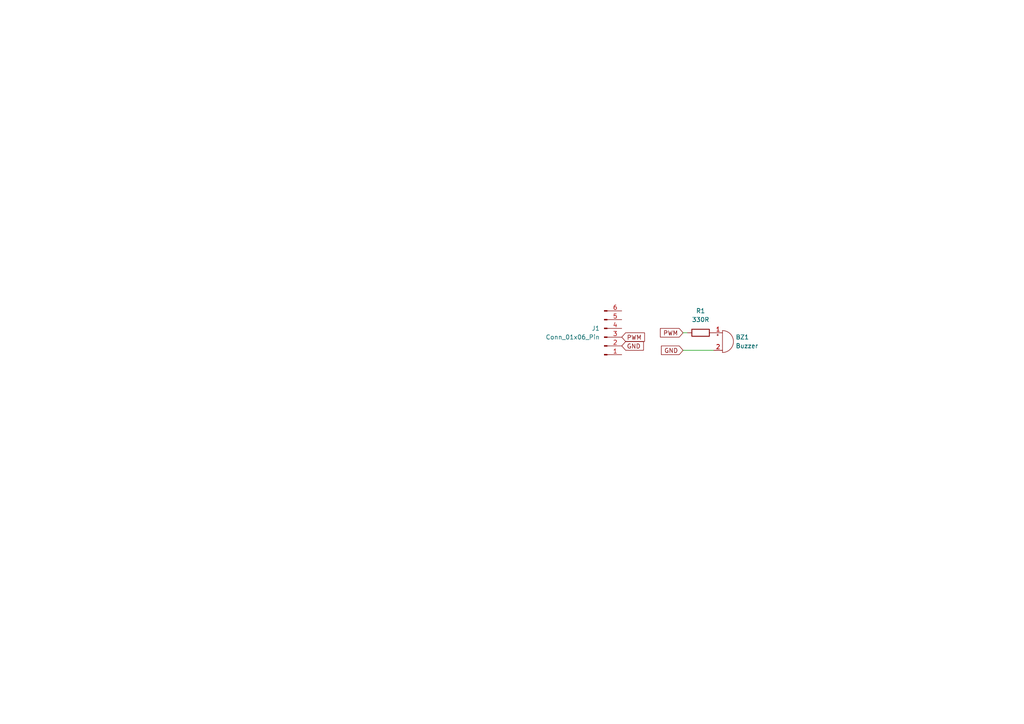
<source format=kicad_sch>
(kicad_sch (version 20250114) (generator "eeschema") (generator_version "9.0")
  (paper "A4")
  (lib_symbols
    (symbol "Connector:Conn_01x06_Pin" (pin_names (offset 1.016) (hide yes))
      (property "Reference" "J" (at 0 7.62 0))
      (property "Value" "Conn_01x06_Pin" (at 0 -10.16 0))
      (symbol "Conn_01x06_Pin_1_1"
        (rectangle (start 0.8636 5.207) (end 0 4.953) (stroke (width 0.1524)) (fill (type outline)))
        (rectangle (start 0.8636 2.667) (end 0 2.413) (stroke (width 0.1524)) (fill (type outline)))
        (rectangle (start 0.8636 0.127) (end 0 -0.127) (stroke (width 0.1524)) (fill (type outline)))
        (rectangle (start 0.8636 -2.413) (end 0 -2.667) (stroke (width 0.1524)) (fill (type outline)))
        (rectangle (start 0.8636 -4.953) (end 0 -5.207) (stroke (width 0.1524)) (fill (type outline)))
        (rectangle (start 0.8636 -7.493) (end 0 -7.747) (stroke (width 0.1524)) (fill (type outline)))
        (polyline (pts (xy 1.27 5.08) (xy 0.8636 5.08)) (stroke (width 0.1524)))
        (polyline (pts (xy 1.27 2.54) (xy 0.8636 2.54)) (stroke (width 0.1524)))
        (polyline (pts (xy 1.27 0) (xy 0.8636 0)) (stroke (width 0.1524)))
        (polyline (pts (xy 1.27 -2.54) (xy 0.8636 -2.54)) (stroke (width 0.1524)))
        (polyline (pts (xy 1.27 -5.08) (xy 0.8636 -5.08)) (stroke (width 0.1524)))
        (polyline (pts (xy 1.27 -7.62) (xy 0.8636 -7.62)) (stroke (width 0.1524)))
        (pin passive line (at 5.08 5.08 180) (length 3.81) (name "Pin_1") (number "1"))
        (pin passive line (at 5.08 2.54 180) (length 3.81) (name "Pin_2") (number "2"))
        (pin passive line (at 5.08 0 180) (length 3.81) (name "Pin_3") (number "3"))
        (pin passive line (at 5.08 -2.54 180) (length 3.81) (name "Pin_4") (number "4"))
        (pin passive line (at 5.08 -5.08 180) (length 3.81) (name "Pin_5") (number "5"))
        (pin passive line (at 5.08 -7.62 180) (length 3.81) (name "Pin_6") (number "6"))
      )
    )
    (symbol "Device:Buzzer" (pin_names (offset 0.0254) (hide yes))
      (property "Reference" "BZ" (at 3.81 1.27 0))
      (property "Value" "Buzzer" (at 3.81 -1.27 0))
      (symbol "Buzzer_0_1"
        (polyline (pts (xy -1.651 1.905) (xy -1.143 1.905)))
        (polyline (pts (xy -1.397 2.159) (xy -1.397 1.651)))
        (arc (start 0 3.175) (mid 3.1612 0) (end 0 -3.175))
        (polyline (pts (xy 0 3.175) (xy 0 -3.175)))
      )
      (symbol "Buzzer_1_1"
        (pin passive line (at -2.54 2.54 0) (length 2.54) (name "+") (number "1"))
        (pin passive line (at -2.54 -2.54 0) (length 2.54) (name "-") (number "2"))
      )
    )
    (symbol "Device:R" (pin_numbers (hide yes)) (pin_names (offset 0))
      (property "Reference" "R" (at 2.032 0 90))
      (property "Value" "R" (at 0 0 90))
      (symbol "R_0_1"
        (rectangle (start -1.016 -2.54) (end 1.016 2.54) (stroke (width 0.254)))
      )
      (symbol "R_1_1"
        (pin passive line (at 0 3.81 270) (length 1.27) (name "~") (number "1"))
        (pin passive line (at 0 -3.81 90) (length 1.27) (name "~") (number "2"))
      )
    )
  )
  (wire (pts (xy 199.39 96.52) (xy 198.12 96.52)))
  (wire (pts (xy 198.12 101.6) (xy 207.01 101.6)))
  (global_label "PWM" (shape input) (at 180.34 97.79 0) (property "Intersheetrefs" "${INTERSHEET_REFS}" (effects (hide yes))))
  (global_label "PWM" (shape input) (at 198.12 96.52 180) (property "Intersheetrefs" "${INTERSHEET_REFS}" (effects (hide yes))))
  (global_label "GND" (shape input) (at 198.12 101.6 180) (property "Intersheetrefs" "${INTERSHEET_REFS}" (effects (hide yes))))
  (global_label "GND" (shape input) (at 180.34 100.33 0) (property "Intersheetrefs" "${INTERSHEET_REFS}" (effects (hide yes))))
  (symbol (lib_id "Connector:Conn_01x06_Pin") (at 175.26 97.79 0) (mirror x) (unit 1)
    (property "Reference" "J1" (at 173.99 95.2499 0) (effects (justify right)))
    (property "Value" "Conn_01x06_Pin" (at 173.99 97.7899 0) (effects (justify right)))
    (property "Footprint" "Connector_PinHeader_2.54mm:PinHeader_1x06_P2.54mm_Horizontal" (effects (hide yes)))
    (property "Description" "Generic connector, single row, 01x06, script generated" (effects (hide yes)))
  )
  (symbol (lib_id "Device:Buzzer") (at 209.55 99.06 0) (unit 1)
    (property "Reference" "BZ1" (at 213.36 97.7899 0) (effects (justify left)))
    (property "Value" "Buzzer" (at 213.36 100.3299 0) (effects (justify left)))
    (property "Footprint" "PIEZO:buzzer" (effects (hide yes)))
    (property "Description" "Buzzer, polarized" (effects (hide yes)))
  )
  (symbol (lib_id "Device:R") (at 203.2 96.52 90) (unit 1)
    (property "Reference" "R1" (at 203.2 90.17 90))
    (property "Value" "330R" (at 203.2 92.71 90))
    (property "Footprint" "Resistor_THT:R_Axial_DIN0207_L6.3mm_D2.5mm_P10.16mm_Horizontal" (effects (hide yes)))
    (property "Description" "Resistor" (effects (hide yes)))
  )
)
</source>
